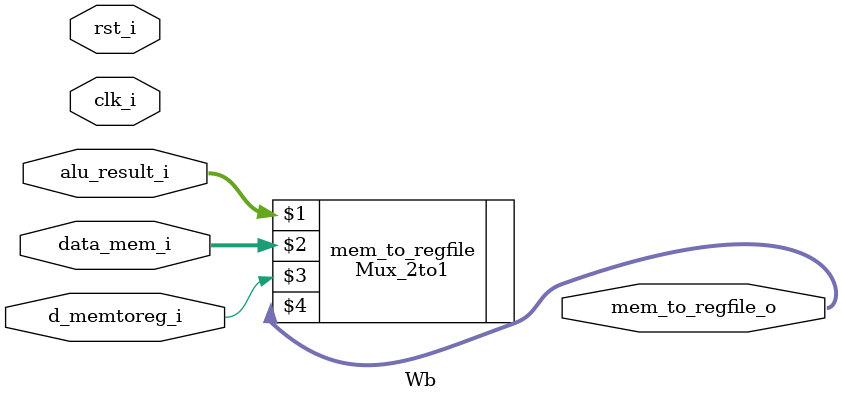
<source format=v>
`timescale 1ns / 1ps

module Wb(
  clk_i, rst_i,
  
  alu_result_i,
  data_mem_i,
  d_memtoreg_i,
  mem_to_regfile_o
);

input clk_i, rst_i;
input [31:0] alu_result_i;
input [31:0] data_mem_i;
input d_memtoreg_i;
output [31:0] mem_to_regfile_o;

Mux_2to1 #(.size(32)) mem_to_regfile(alu_result_i,
                                     data_mem_i,
                                     d_memtoreg_i,
                                     mem_to_regfile_o);

endmodule

</source>
